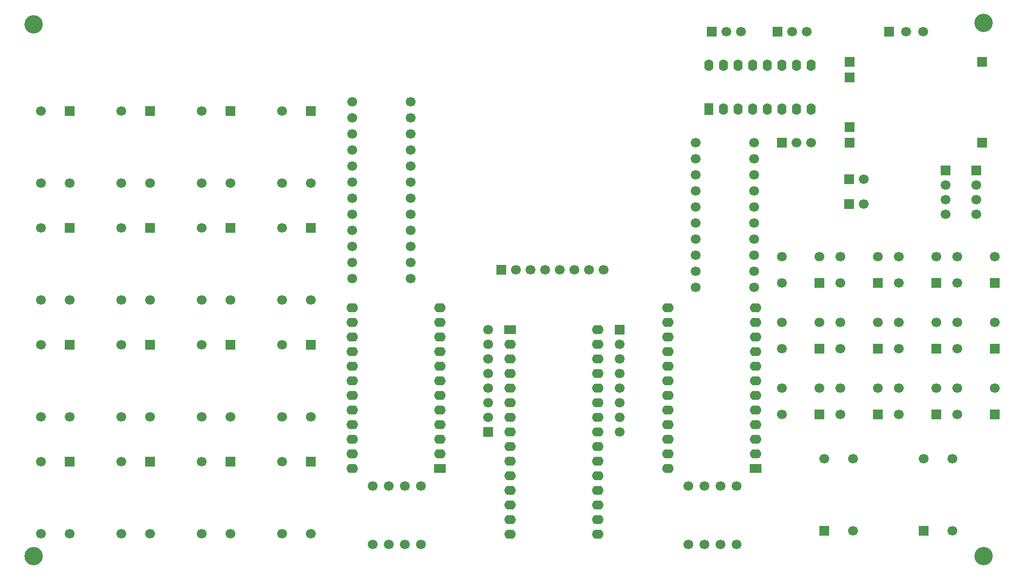
<source format=gbr>
%TF.GenerationSoftware,Altium Limited,Altium Designer,21.4.1 (30)*%
G04 Layer_Color=255*
%FSLAX45Y45*%
%MOMM*%
%TF.SameCoordinates,DE4E361F-B2E7-428B-8DBD-4CB4FFEE74F0*%
%TF.FilePolarity,Positive*%
%TF.FileFunction,Pads,Top*%
%TF.Part,Single*%
G01*
G75*
%TA.AperFunction,ComponentPad*%
%ADD13R,1.60000X2.00000*%
%ADD14O,1.60000X2.00000*%
%ADD15R,2.00000X1.60000*%
%ADD16O,2.00000X1.60000*%
%ADD17R,1.70000X1.70000*%
%ADD18C,1.70000*%
%ADD19R,1.70000X1.70000*%
%ADD20C,3.20000*%
D13*
X25374600Y21285201D02*
D03*
D14*
X25628601D02*
D03*
X25882599D02*
D03*
X26136600D02*
D03*
X26390601D02*
D03*
X26644601D02*
D03*
X26898599D02*
D03*
X27152600D02*
D03*
X25374600Y22047200D02*
D03*
X25628601D02*
D03*
X25882599D02*
D03*
X26136600D02*
D03*
X26390601D02*
D03*
X26644601D02*
D03*
X26898599D02*
D03*
X27152600D02*
D03*
D15*
X21920200Y17449800D02*
D03*
X26187399Y15036800D02*
D03*
X20700999D02*
D03*
D16*
X21920200Y17195799D02*
D03*
Y16941800D02*
D03*
Y16687801D02*
D03*
Y16433800D02*
D03*
Y16179800D02*
D03*
Y15925800D02*
D03*
Y15671800D02*
D03*
Y15417799D02*
D03*
Y15163800D02*
D03*
Y14909801D02*
D03*
Y14655800D02*
D03*
Y14401801D02*
D03*
Y14147800D02*
D03*
Y13893800D02*
D03*
X23444200Y17449800D02*
D03*
Y17195799D02*
D03*
Y16941800D02*
D03*
Y16687801D02*
D03*
Y16433800D02*
D03*
Y16179800D02*
D03*
Y15925800D02*
D03*
Y15671800D02*
D03*
Y15417799D02*
D03*
Y15163800D02*
D03*
Y14909801D02*
D03*
Y14655800D02*
D03*
Y14401801D02*
D03*
Y14147800D02*
D03*
Y13893800D02*
D03*
X26187399Y15290800D02*
D03*
Y15544800D02*
D03*
Y15798801D02*
D03*
Y16052800D02*
D03*
Y16306799D02*
D03*
Y16560800D02*
D03*
Y16814799D02*
D03*
Y17068800D02*
D03*
Y17322800D02*
D03*
Y17576801D02*
D03*
Y17830800D02*
D03*
X24663400Y15036800D02*
D03*
Y15290800D02*
D03*
Y15544800D02*
D03*
Y15798801D02*
D03*
Y16052800D02*
D03*
Y16306799D02*
D03*
Y16560800D02*
D03*
Y16814799D02*
D03*
Y17068800D02*
D03*
Y17322800D02*
D03*
Y17576801D02*
D03*
Y17830800D02*
D03*
X19177000D02*
D03*
Y17576801D02*
D03*
Y17322800D02*
D03*
Y17068800D02*
D03*
Y16814799D02*
D03*
Y16560800D02*
D03*
Y16306799D02*
D03*
Y16052800D02*
D03*
Y15798801D02*
D03*
Y15544800D02*
D03*
Y15290800D02*
D03*
Y15036800D02*
D03*
X20700999Y17830800D02*
D03*
Y17576801D02*
D03*
Y17322800D02*
D03*
Y17068800D02*
D03*
Y16814799D02*
D03*
Y16560800D02*
D03*
Y16306799D02*
D03*
Y16052800D02*
D03*
Y15798801D02*
D03*
Y15544800D02*
D03*
Y15290800D02*
D03*
D17*
X25425400Y22631400D02*
D03*
X26644601Y20700999D02*
D03*
X26568399Y22631400D02*
D03*
X27813000Y19634200D02*
D03*
X21767799Y18491200D02*
D03*
X17064799Y17185800D02*
D03*
X14270799Y15153799D02*
D03*
X15667799D02*
D03*
X17064799D02*
D03*
X18461800D02*
D03*
X14270799Y17185800D02*
D03*
X15667799D02*
D03*
X18461800D02*
D03*
X14270799Y19217799D02*
D03*
X15667799D02*
D03*
X17064799D02*
D03*
X18461800D02*
D03*
X14270799Y21249800D02*
D03*
X15667799D02*
D03*
X17064799D02*
D03*
X18461800D02*
D03*
X27385199Y13954601D02*
D03*
X29112399D02*
D03*
X27294400Y15978600D02*
D03*
X28310400D02*
D03*
X29326401D02*
D03*
X30342401D02*
D03*
X27294400Y17121600D02*
D03*
X28310400D02*
D03*
X29326401D02*
D03*
X30342401D02*
D03*
X27294400Y18264600D02*
D03*
X28310400D02*
D03*
X29326401D02*
D03*
X30342401D02*
D03*
X28503601Y22631400D02*
D03*
X27813000Y20066000D02*
D03*
D18*
X25679401Y22631400D02*
D03*
X25933401D02*
D03*
X26898599Y20700999D02*
D03*
X27152600D02*
D03*
X26822400Y22631400D02*
D03*
X27076401D02*
D03*
X28067001Y19634200D02*
D03*
X26164001Y18745200D02*
D03*
X25144000D02*
D03*
Y19303999D02*
D03*
X26164001D02*
D03*
Y18186400D02*
D03*
X25144000D02*
D03*
Y19024600D02*
D03*
X26164001D02*
D03*
X25144000Y18465800D02*
D03*
X26164001D02*
D03*
Y19583400D02*
D03*
X25144000D02*
D03*
Y19862801D02*
D03*
X26164001D02*
D03*
Y20142200D02*
D03*
X25144000D02*
D03*
X26164001Y20421600D02*
D03*
X25144000D02*
D03*
Y20700999D02*
D03*
X26164001D02*
D03*
X23545799Y18491200D02*
D03*
X23291800D02*
D03*
X23037801D02*
D03*
X22783800D02*
D03*
X22529800D02*
D03*
X22275800D02*
D03*
X22021800D02*
D03*
X23825200Y15671800D02*
D03*
Y15925800D02*
D03*
Y16179800D02*
D03*
Y16433800D02*
D03*
Y16687801D02*
D03*
Y16941800D02*
D03*
Y17195799D02*
D03*
X25577800Y13714000D02*
D03*
Y14734000D02*
D03*
X25019000Y13714000D02*
D03*
Y14734000D02*
D03*
X25298399D02*
D03*
Y13714000D02*
D03*
X25857199Y14734000D02*
D03*
Y13714000D02*
D03*
X20195000Y21412199D02*
D03*
X19175000D02*
D03*
X20370799Y14734000D02*
D03*
Y13714000D02*
D03*
X19812000Y14734000D02*
D03*
Y13714000D02*
D03*
X20091400D02*
D03*
Y14734000D02*
D03*
X21539200Y17449800D02*
D03*
Y17195799D02*
D03*
Y16941800D02*
D03*
Y16687801D02*
D03*
Y16433800D02*
D03*
Y16179800D02*
D03*
Y15925800D02*
D03*
X20195000Y18338800D02*
D03*
X19175000D02*
D03*
Y20294600D02*
D03*
X20195000D02*
D03*
X19175000Y19177000D02*
D03*
X20195000D02*
D03*
X19175000Y18618201D02*
D03*
X20195000D02*
D03*
X19175000Y21132800D02*
D03*
X20195000D02*
D03*
Y18897600D02*
D03*
X19175000D02*
D03*
Y20574001D02*
D03*
X20195000D02*
D03*
X19175000Y19735800D02*
D03*
X20195000D02*
D03*
Y20015199D02*
D03*
X19175000D02*
D03*
X20195000Y19456400D02*
D03*
X19175000D02*
D03*
X20195000Y20853400D02*
D03*
X19175000D02*
D03*
X19532600Y13714000D02*
D03*
Y14734000D02*
D03*
X16564799Y17185800D02*
D03*
X17064799Y15935800D02*
D03*
X16564799D02*
D03*
X13770799Y13903799D02*
D03*
X14270799D02*
D03*
X13770799Y15153799D02*
D03*
X15167799D02*
D03*
X15667799Y13903799D02*
D03*
X15167799D02*
D03*
X16564799D02*
D03*
X17064799D02*
D03*
X16564799Y15153799D02*
D03*
X17961800D02*
D03*
X18461800Y13903799D02*
D03*
X17961800D02*
D03*
X13770799Y15935800D02*
D03*
X14270799D02*
D03*
X13770799Y17185800D02*
D03*
X15167799D02*
D03*
X15667799Y15935800D02*
D03*
X15167799D02*
D03*
X17961800Y17185800D02*
D03*
X18461800Y15935800D02*
D03*
X17961800D02*
D03*
X13770799Y17967799D02*
D03*
X14270799D02*
D03*
X13770799Y19217799D02*
D03*
X15167799D02*
D03*
X15667799Y17967799D02*
D03*
X15167799D02*
D03*
X16564799D02*
D03*
X17064799D02*
D03*
X16564799Y19217799D02*
D03*
X17961800D02*
D03*
X18461800Y17967799D02*
D03*
X17961800D02*
D03*
X13770799Y19999800D02*
D03*
X14270799D02*
D03*
X13770799Y21249800D02*
D03*
X15167799D02*
D03*
X15667799Y19999800D02*
D03*
X15167799D02*
D03*
X16564799D02*
D03*
X17064799D02*
D03*
X16564799Y21249800D02*
D03*
X17961800D02*
D03*
X18461800Y19999800D02*
D03*
X17961800D02*
D03*
X27885199Y15204601D02*
D03*
X27385199D02*
D03*
X27885199Y13954601D02*
D03*
X29612399D02*
D03*
X29112399Y15204601D02*
D03*
X29612399D02*
D03*
X27294400Y16428600D02*
D03*
X26644400D02*
D03*
Y15978600D02*
D03*
X27660400D02*
D03*
Y16428600D02*
D03*
X28310400D02*
D03*
X29326401D02*
D03*
X28676401D02*
D03*
Y15978600D02*
D03*
X29692401D02*
D03*
Y16428600D02*
D03*
X30342401D02*
D03*
X27294400Y17571600D02*
D03*
X26644400D02*
D03*
Y17121600D02*
D03*
X27660400D02*
D03*
Y17571600D02*
D03*
X28310400D02*
D03*
X29326401D02*
D03*
X28676401D02*
D03*
Y17121600D02*
D03*
X29692401D02*
D03*
Y17571600D02*
D03*
X30342401D02*
D03*
X27294400Y18714600D02*
D03*
X26644400D02*
D03*
Y18264600D02*
D03*
X27660400D02*
D03*
Y18714600D02*
D03*
X28310400D02*
D03*
X29326401D02*
D03*
X28676401D02*
D03*
Y18264600D02*
D03*
X29692401D02*
D03*
Y18714600D02*
D03*
X30342401D02*
D03*
X29103601Y22631400D02*
D03*
X28803601D02*
D03*
X30022800Y19964400D02*
D03*
Y19456400D02*
D03*
Y19710400D02*
D03*
X29489401D02*
D03*
Y19456400D02*
D03*
Y19964400D02*
D03*
X28067001Y20066000D02*
D03*
D19*
X23825200Y17449800D02*
D03*
X21539200Y15671800D02*
D03*
X30124399Y20700999D02*
D03*
X27824399Y22100999D02*
D03*
X30124399D02*
D03*
X27824399Y21831000D02*
D03*
Y20700999D02*
D03*
Y20971001D02*
D03*
X30022800Y20218401D02*
D03*
X29489401D02*
D03*
D20*
X30149799Y22783800D02*
D03*
X30149799Y13512804D02*
D03*
X13639799Y22758400D02*
D03*
Y13512801D02*
D03*
%TF.MD5,0f4bf6e3d1f50f2ff0f8ef1c7188b784*%
M02*

</source>
